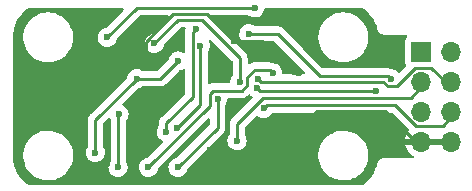
<source format=gbr>
%TF.GenerationSoftware,KiCad,Pcbnew,(6.0.0)*%
%TF.CreationDate,2022-02-10T21:19:41-08:00*%
%TF.ProjectId,elevation-imu,656c6576-6174-4696-9f6e-2d696d752e6b,rev?*%
%TF.SameCoordinates,Original*%
%TF.FileFunction,Copper,L2,Bot*%
%TF.FilePolarity,Positive*%
%FSLAX46Y46*%
G04 Gerber Fmt 4.6, Leading zero omitted, Abs format (unit mm)*
G04 Created by KiCad (PCBNEW (6.0.0)) date 2022-02-10 21:19:41*
%MOMM*%
%LPD*%
G01*
G04 APERTURE LIST*
%TA.AperFunction,ComponentPad*%
%ADD10R,1.700000X1.700000*%
%TD*%
%TA.AperFunction,ComponentPad*%
%ADD11O,1.700000X1.700000*%
%TD*%
%TA.AperFunction,ViaPad*%
%ADD12C,0.600000*%
%TD*%
%TA.AperFunction,Conductor*%
%ADD13C,0.254000*%
%TD*%
%TA.AperFunction,Conductor*%
%ADD14C,0.250000*%
%TD*%
G04 APERTURE END LIST*
D10*
%TO.P,J1,1,Pin_1*%
%TO.N,+5V*%
X140075000Y-112200000D03*
D11*
%TO.P,J1,2,Pin_2*%
%TO.N,/SDI_IN*%
X142615000Y-112200000D03*
%TO.P,J1,3,Pin_3*%
%TO.N,/SDO_OUT*%
X140075000Y-114740000D03*
%TO.P,J1,4,Pin_4*%
%TO.N,/CLK_IN*%
X142615000Y-114740000D03*
%TO.P,J1,5,Pin_5*%
%TO.N,/~{CS}_IN*%
X140075000Y-117280000D03*
%TO.P,J1,6,Pin_6*%
%TO.N,/INT_OUT*%
X142615000Y-117280000D03*
%TO.P,J1,7,Pin_7*%
%TO.N,GND*%
X140075000Y-119820000D03*
%TO.P,J1,8,Pin_8*%
X142615000Y-119820000D03*
%TD*%
D12*
%TO.N,GND*%
X122750000Y-114000000D03*
%TO.N,/CLK_HV*%
X117500000Y-111500000D03*
%TO.N,/SCL*%
X121000000Y-110250000D03*
%TO.N,/CLK_HV*%
X124750000Y-114750000D03*
%TO.N,+3V3*%
X119500000Y-113000000D03*
X116000000Y-114500000D03*
X112500000Y-120750000D03*
%TO.N,GND*%
X128500000Y-113250000D03*
X122750000Y-123000000D03*
X130000000Y-109500000D03*
X113500000Y-121750000D03*
X124250000Y-111324502D03*
X129750000Y-114000000D03*
X108750000Y-116000000D03*
X116750000Y-113000000D03*
X128250000Y-121750000D03*
X122250000Y-120500000D03*
X116500000Y-117500000D03*
%TO.N,+5V*%
X113500000Y-111000000D03*
X126000000Y-108500000D03*
%TO.N,/SDI_IN*%
X126219820Y-115310360D03*
X136250000Y-115500000D03*
%TO.N,/SDO_OUT*%
X124500000Y-119750000D03*
%TO.N,/CLK_IN*%
X126250000Y-114500000D03*
%TO.N,/~{CS}_IN*%
X125500000Y-110698002D03*
X137500000Y-114500000D03*
%TO.N,/INT_OUT*%
X126750000Y-117000000D03*
%TO.N,Net-(JP1-Pad1)*%
X119500000Y-122000000D03*
X122854487Y-116218447D03*
%TO.N,/INT*%
X127503001Y-114006344D03*
X117000000Y-122000000D03*
%TO.N,Net-(JP1-Pad3)*%
X114420000Y-122000000D03*
X114500000Y-117500000D03*
%TO.N,/SDI*%
X121377778Y-111694915D03*
X119439233Y-118663822D03*
%TO.N,/SCL*%
X118500000Y-119000000D03*
%TD*%
D13*
%TO.N,/INT*%
X127246657Y-113750000D02*
X127503001Y-114006344D01*
X126000000Y-113750000D02*
X127246657Y-113750000D01*
X125376501Y-115009506D02*
X125376501Y-114373499D01*
X125376501Y-114373499D02*
X126000000Y-113750000D01*
X122496999Y-115496999D02*
X124889008Y-115496999D01*
X122496999Y-115503001D02*
X122496999Y-115496999D01*
X124889008Y-115496999D02*
X125376501Y-115009506D01*
X122227987Y-115772013D02*
X122496999Y-115503001D01*
X122227987Y-116772013D02*
X122227987Y-115772013D01*
X117000000Y-122000000D02*
X122227987Y-116772013D01*
%TO.N,/CLK_IN*%
X126500000Y-114750000D02*
X126250000Y-114500000D01*
X136863993Y-114750000D02*
X126500000Y-114750000D01*
X137240494Y-115126501D02*
X136863993Y-114750000D01*
X140938489Y-113563489D02*
X139587672Y-113563489D01*
X138024660Y-115126501D02*
X137240494Y-115126501D01*
X139587672Y-113563489D02*
X138024660Y-115126501D01*
%TO.N,/SDI_IN*%
X126409460Y-115500000D02*
X126219820Y-115310360D01*
X136250000Y-115500000D02*
X126409460Y-115500000D01*
%TO.N,/CLK_IN*%
X142615000Y-115240000D02*
X140938489Y-113563489D01*
%TO.N,Net-(JP1-Pad1)*%
X122854487Y-118645513D02*
X122854487Y-116218447D01*
X119500000Y-122000000D02*
X122854487Y-118645513D01*
%TO.N,/SDI*%
X121377778Y-116725277D02*
X121377778Y-111694915D01*
X119439233Y-118663822D02*
X121377778Y-116725277D01*
D14*
%TO.N,/CLK_HV*%
X124750000Y-112750000D02*
X124750000Y-114750000D01*
X119500000Y-109500000D02*
X121500000Y-109500000D01*
X117500000Y-111500000D02*
X119500000Y-109500000D01*
X121500000Y-109500000D02*
X124750000Y-112750000D01*
D13*
%TO.N,/SCL*%
X120745319Y-116004681D02*
X120745319Y-110504681D01*
X118500000Y-118250000D02*
X120745319Y-116004681D01*
X120745319Y-110504681D02*
X121000000Y-110250000D01*
X118500000Y-119000000D02*
X118500000Y-118250000D01*
%TO.N,GND*%
X119065504Y-109048489D02*
X116750000Y-111363993D01*
X121973987Y-109048489D02*
X119065504Y-109048489D01*
X116750000Y-111363993D02*
X116750000Y-113000000D01*
X124250000Y-111324502D02*
X121973987Y-109048489D01*
%TO.N,+3V3*%
X119500000Y-113000000D02*
X118000000Y-114500000D01*
X112500000Y-118000000D02*
X116000000Y-114500000D01*
X118000000Y-114500000D02*
X116000000Y-114500000D01*
X112500000Y-120750000D02*
X112500000Y-118000000D01*
%TO.N,GND*%
X115533489Y-122487328D02*
X116222672Y-123176511D01*
X128250000Y-121750000D02*
X124000000Y-121750000D01*
X137005000Y-117250000D02*
X140075000Y-120320000D01*
X115250000Y-118750000D02*
X115250000Y-121500000D01*
X129750000Y-118750000D02*
X131250000Y-117250000D01*
X116500000Y-117500000D02*
X115250000Y-118750000D01*
X115533489Y-121783489D02*
X115533489Y-122487328D01*
X122573489Y-123176511D02*
X122750000Y-123000000D01*
X128500000Y-113250000D02*
X126574502Y-111324502D01*
X115250000Y-121500000D02*
X115533489Y-121783489D01*
X129250000Y-114000000D02*
X128500000Y-113250000D01*
X129750000Y-114000000D02*
X129250000Y-114000000D01*
X131250000Y-117250000D02*
X137005000Y-117250000D01*
X126574502Y-111324502D02*
X124250000Y-111324502D01*
X116222672Y-123176511D02*
X122573489Y-123176511D01*
X128250000Y-121750000D02*
X129750000Y-120250000D01*
X124000000Y-121750000D02*
X122750000Y-123000000D01*
X129750000Y-120250000D02*
X129750000Y-118750000D01*
%TO.N,+5V*%
X116000000Y-108500000D02*
X113500000Y-111000000D01*
X126000000Y-108500000D02*
X116000000Y-108500000D01*
%TO.N,/SDO_OUT*%
X124500000Y-119750000D02*
X124500000Y-118363993D01*
X126737492Y-116126501D02*
X139188499Y-116126501D01*
X139188499Y-116126501D02*
X140075000Y-115240000D01*
X124500000Y-118363993D02*
X126737492Y-116126501D01*
%TO.N,/~{CS}_IN*%
X131500000Y-114250000D02*
X137250000Y-114250000D01*
X125500000Y-110698002D02*
X127948002Y-110698002D01*
X137250000Y-114250000D02*
X137500000Y-114500000D01*
X127948002Y-110698002D02*
X131500000Y-114250000D01*
%TO.N,/INT_OUT*%
X142615000Y-117780000D02*
X141895000Y-118500000D01*
X139631161Y-118500000D02*
X137881161Y-116750000D01*
X141895000Y-118500000D02*
X139631161Y-118500000D01*
X127000000Y-116750000D02*
X126750000Y-117000000D01*
X137881161Y-116750000D02*
X127000000Y-116750000D01*
%TO.N,Net-(JP1-Pad3)*%
X114500000Y-117500000D02*
X114420000Y-117580000D01*
X114420000Y-117580000D02*
X114420000Y-122000000D01*
%TD*%
%TA.AperFunction,Conductor*%
%TO.N,GND*%
G36*
X114857199Y-108528002D02*
G01*
X114903692Y-108581658D01*
X114913796Y-108651932D01*
X114884302Y-108716512D01*
X114878175Y-108723093D01*
X114155396Y-109445871D01*
X113435748Y-110165519D01*
X113373436Y-110199545D01*
X113359824Y-110201734D01*
X113332288Y-110204628D01*
X113332286Y-110204628D01*
X113325288Y-110205364D01*
X113153579Y-110263818D01*
X113120608Y-110284102D01*
X113005095Y-110355166D01*
X113005092Y-110355168D01*
X112999088Y-110358862D01*
X112994053Y-110363793D01*
X112994050Y-110363795D01*
X112878724Y-110476731D01*
X112869493Y-110485771D01*
X112771235Y-110638238D01*
X112768826Y-110644858D01*
X112768824Y-110644861D01*
X112726615Y-110760829D01*
X112709197Y-110808685D01*
X112686463Y-110988640D01*
X112704163Y-111169160D01*
X112761418Y-111341273D01*
X112765065Y-111347295D01*
X112765066Y-111347297D01*
X112850510Y-111488382D01*
X112855380Y-111496424D01*
X112860269Y-111501487D01*
X112860270Y-111501488D01*
X112868982Y-111510509D01*
X112981382Y-111626902D01*
X113006305Y-111643211D01*
X113126026Y-111721554D01*
X113133159Y-111726222D01*
X113139763Y-111728678D01*
X113139765Y-111728679D01*
X113296558Y-111786990D01*
X113296560Y-111786990D01*
X113303168Y-111789448D01*
X113386995Y-111800633D01*
X113475980Y-111812507D01*
X113475984Y-111812507D01*
X113482961Y-111813438D01*
X113489972Y-111812800D01*
X113489976Y-111812800D01*
X113632459Y-111799832D01*
X113663600Y-111796998D01*
X113670302Y-111794820D01*
X113670304Y-111794820D01*
X113829409Y-111743124D01*
X113829412Y-111743123D01*
X113836108Y-111740947D01*
X113956532Y-111669160D01*
X113985860Y-111651677D01*
X113985862Y-111651676D01*
X113991912Y-111648069D01*
X114123266Y-111522982D01*
X114223643Y-111371902D01*
X114270884Y-111247540D01*
X114285555Y-111208920D01*
X114285556Y-111208918D01*
X114288055Y-111202338D01*
X114289933Y-111188978D01*
X114297177Y-111137435D01*
X114326466Y-111072761D01*
X114332856Y-111065877D01*
X116226328Y-109172405D01*
X116288640Y-109138379D01*
X116315423Y-109135500D01*
X118664406Y-109135500D01*
X118732527Y-109155502D01*
X118779020Y-109209158D01*
X118789124Y-109279432D01*
X118759630Y-109344012D01*
X118753503Y-109350593D01*
X118095900Y-110008195D01*
X117438908Y-110665187D01*
X117376596Y-110699213D01*
X117362986Y-110701402D01*
X117354210Y-110702324D01*
X117332288Y-110704628D01*
X117332286Y-110704628D01*
X117325288Y-110705364D01*
X117153579Y-110763818D01*
X117103116Y-110794863D01*
X117005095Y-110855166D01*
X117005092Y-110855168D01*
X116999088Y-110858862D01*
X116994053Y-110863793D01*
X116994050Y-110863795D01*
X116874525Y-110980843D01*
X116869493Y-110985771D01*
X116771235Y-111138238D01*
X116768826Y-111144858D01*
X116768824Y-111144861D01*
X116712915Y-111298469D01*
X116709197Y-111308685D01*
X116686463Y-111488640D01*
X116704163Y-111669160D01*
X116761418Y-111841273D01*
X116765065Y-111847295D01*
X116765066Y-111847297D01*
X116844914Y-111979142D01*
X116855380Y-111996424D01*
X116981382Y-112126902D01*
X116987278Y-112130760D01*
X117108741Y-112210243D01*
X117133159Y-112226222D01*
X117139763Y-112228678D01*
X117139765Y-112228679D01*
X117296558Y-112286990D01*
X117296560Y-112286990D01*
X117303168Y-112289448D01*
X117386995Y-112300633D01*
X117475980Y-112312507D01*
X117475984Y-112312507D01*
X117482961Y-112313438D01*
X117489972Y-112312800D01*
X117489976Y-112312800D01*
X117632459Y-112299832D01*
X117663600Y-112296998D01*
X117670302Y-112294820D01*
X117670304Y-112294820D01*
X117829409Y-112243124D01*
X117829412Y-112243123D01*
X117836108Y-112240947D01*
X117991912Y-112148069D01*
X118123266Y-112022982D01*
X118223643Y-111871902D01*
X118280448Y-111722364D01*
X118285555Y-111708920D01*
X118285556Y-111708918D01*
X118288055Y-111702338D01*
X118291779Y-111675844D01*
X118297639Y-111634145D01*
X118326927Y-111569471D01*
X118333318Y-111562586D01*
X119725500Y-110170405D01*
X119787812Y-110136379D01*
X119814595Y-110133500D01*
X120021676Y-110133500D01*
X120089797Y-110153502D01*
X120136290Y-110207158D01*
X120146394Y-110277432D01*
X120137315Y-110309536D01*
X120130202Y-110325973D01*
X120128963Y-110333798D01*
X120123259Y-110369808D01*
X120120854Y-110381421D01*
X120109819Y-110424399D01*
X120109819Y-110444746D01*
X120108268Y-110464457D01*
X120105084Y-110484560D01*
X120105830Y-110492452D01*
X120109260Y-110528737D01*
X120109819Y-110540595D01*
X120109819Y-112200190D01*
X120089817Y-112268311D01*
X120036161Y-112314804D01*
X119965887Y-112324908D01*
X119916305Y-112306575D01*
X119897782Y-112294820D01*
X119856666Y-112268727D01*
X119827463Y-112258328D01*
X119692425Y-112210243D01*
X119692420Y-112210242D01*
X119685790Y-112207881D01*
X119678802Y-112207048D01*
X119678799Y-112207047D01*
X119555698Y-112192368D01*
X119505680Y-112186404D01*
X119498677Y-112187140D01*
X119498676Y-112187140D01*
X119332288Y-112204628D01*
X119332286Y-112204629D01*
X119325288Y-112205364D01*
X119153579Y-112263818D01*
X119119633Y-112284702D01*
X119005095Y-112355166D01*
X119005092Y-112355168D01*
X118999088Y-112358862D01*
X118994053Y-112363793D01*
X118994050Y-112363795D01*
X118876436Y-112478972D01*
X118869493Y-112485771D01*
X118771235Y-112638238D01*
X118768826Y-112644858D01*
X118768824Y-112644861D01*
X118748668Y-112700240D01*
X118709197Y-112808685D01*
X118702546Y-112861331D01*
X118674166Y-112926404D01*
X118666636Y-112934631D01*
X117773672Y-113827595D01*
X117711360Y-113861621D01*
X117684577Y-113864500D01*
X116544188Y-113864500D01*
X116476674Y-113844885D01*
X116362615Y-113772502D01*
X116362613Y-113772501D01*
X116356666Y-113768727D01*
X116350033Y-113766365D01*
X116192425Y-113710243D01*
X116192420Y-113710242D01*
X116185790Y-113707881D01*
X116178802Y-113707048D01*
X116178799Y-113707047D01*
X116047183Y-113691353D01*
X116005680Y-113686404D01*
X115998677Y-113687140D01*
X115998676Y-113687140D01*
X115832288Y-113704628D01*
X115832286Y-113704629D01*
X115825288Y-113705364D01*
X115653579Y-113763818D01*
X115639457Y-113772506D01*
X115505095Y-113855166D01*
X115505092Y-113855168D01*
X115499088Y-113858862D01*
X115494053Y-113863793D01*
X115494050Y-113863795D01*
X115374525Y-113980843D01*
X115369493Y-113985771D01*
X115271235Y-114138238D01*
X115268826Y-114144858D01*
X115268824Y-114144861D01*
X115211606Y-114302066D01*
X115209197Y-114308685D01*
X115202546Y-114361331D01*
X115174166Y-114426404D01*
X115166636Y-114434631D01*
X112106517Y-117494750D01*
X112098191Y-117502326D01*
X112091697Y-117506447D01*
X112086274Y-117512222D01*
X112044915Y-117556265D01*
X112042160Y-117559107D01*
X112022361Y-117578906D01*
X112019937Y-117582031D01*
X112019929Y-117582040D01*
X112019863Y-117582126D01*
X112012155Y-117591151D01*
X111981783Y-117623494D01*
X111977965Y-117630438D01*
X111977964Y-117630440D01*
X111971978Y-117641329D01*
X111961127Y-117657847D01*
X111948650Y-117673933D01*
X111931024Y-117714666D01*
X111925807Y-117725314D01*
X111904431Y-117764197D01*
X111902460Y-117771872D01*
X111902458Y-117771878D01*
X111899369Y-117783911D01*
X111892966Y-117802613D01*
X111884883Y-117821292D01*
X111883181Y-117832040D01*
X111877940Y-117865127D01*
X111875535Y-117876740D01*
X111864500Y-117919718D01*
X111864500Y-117940065D01*
X111862949Y-117959776D01*
X111859765Y-117979879D01*
X111860511Y-117987771D01*
X111863941Y-118024056D01*
X111864500Y-118035914D01*
X111864500Y-120206436D01*
X111844411Y-120274691D01*
X111771235Y-120388238D01*
X111768826Y-120394858D01*
X111768824Y-120394861D01*
X111714243Y-120544820D01*
X111709197Y-120558685D01*
X111686463Y-120738640D01*
X111704163Y-120919160D01*
X111761418Y-121091273D01*
X111765065Y-121097295D01*
X111765066Y-121097297D01*
X111831888Y-121207633D01*
X111855380Y-121246424D01*
X111860269Y-121251487D01*
X111860270Y-121251488D01*
X111912403Y-121305473D01*
X111981382Y-121376902D01*
X111987278Y-121380760D01*
X112109945Y-121461031D01*
X112133159Y-121476222D01*
X112139763Y-121478678D01*
X112139765Y-121478679D01*
X112296558Y-121536990D01*
X112296560Y-121536990D01*
X112303168Y-121539448D01*
X112386995Y-121550633D01*
X112475980Y-121562507D01*
X112475984Y-121562507D01*
X112482961Y-121563438D01*
X112489972Y-121562800D01*
X112489976Y-121562800D01*
X112632459Y-121549832D01*
X112663600Y-121546998D01*
X112670302Y-121544820D01*
X112670304Y-121544820D01*
X112829409Y-121493124D01*
X112829412Y-121493123D01*
X112836108Y-121490947D01*
X112932513Y-121433478D01*
X112985860Y-121401677D01*
X112985862Y-121401676D01*
X112991912Y-121398069D01*
X113123266Y-121272982D01*
X113223643Y-121121902D01*
X113271779Y-120995185D01*
X113285555Y-120958920D01*
X113285556Y-120958918D01*
X113288055Y-120952338D01*
X113290785Y-120932916D01*
X113312748Y-120776639D01*
X113312748Y-120776636D01*
X113313299Y-120772717D01*
X113313616Y-120750000D01*
X113293397Y-120569745D01*
X113291080Y-120563091D01*
X113236064Y-120405106D01*
X113236062Y-120405103D01*
X113233745Y-120398448D01*
X113154646Y-120271862D01*
X113135500Y-120205093D01*
X113135500Y-118315422D01*
X113155502Y-118247301D01*
X113172405Y-118226327D01*
X113569405Y-117829327D01*
X113631717Y-117795301D01*
X113702532Y-117800366D01*
X113759368Y-117842913D01*
X113784179Y-117909433D01*
X113784500Y-117918422D01*
X113784500Y-121456436D01*
X113764411Y-121524691D01*
X113691235Y-121638238D01*
X113688826Y-121644858D01*
X113688824Y-121644861D01*
X113636152Y-121789577D01*
X113629197Y-121808685D01*
X113606463Y-121988640D01*
X113624163Y-122169160D01*
X113681418Y-122341273D01*
X113685065Y-122347295D01*
X113685066Y-122347297D01*
X113769536Y-122486774D01*
X113775380Y-122496424D01*
X113901382Y-122626902D01*
X114053159Y-122726222D01*
X114059763Y-122728678D01*
X114059765Y-122728679D01*
X114216558Y-122786990D01*
X114216560Y-122786990D01*
X114223168Y-122789448D01*
X114306995Y-122800633D01*
X114395980Y-122812507D01*
X114395984Y-122812507D01*
X114402961Y-122813438D01*
X114409972Y-122812800D01*
X114409976Y-122812800D01*
X114552459Y-122799832D01*
X114583600Y-122796998D01*
X114590302Y-122794820D01*
X114590304Y-122794820D01*
X114749409Y-122743124D01*
X114749412Y-122743123D01*
X114756108Y-122740947D01*
X114911912Y-122648069D01*
X115043266Y-122522982D01*
X115143643Y-122371902D01*
X115198734Y-122226876D01*
X115205555Y-122208920D01*
X115205556Y-122208918D01*
X115208055Y-122202338D01*
X115210862Y-122182367D01*
X115232748Y-122026639D01*
X115232748Y-122026636D01*
X115233299Y-122022717D01*
X115233616Y-122000000D01*
X115213397Y-121819745D01*
X115211080Y-121813091D01*
X115156064Y-121655106D01*
X115156062Y-121655103D01*
X115153745Y-121648448D01*
X115145398Y-121635089D01*
X115074646Y-121521862D01*
X115055500Y-121455093D01*
X115055500Y-118141518D01*
X115075502Y-118073397D01*
X115094604Y-118050276D01*
X115123266Y-118022982D01*
X115223643Y-117871902D01*
X115288055Y-117702338D01*
X115290038Y-117688226D01*
X115312748Y-117526639D01*
X115312748Y-117526636D01*
X115313299Y-117522717D01*
X115313616Y-117500000D01*
X115293397Y-117319745D01*
X115291080Y-117313091D01*
X115236064Y-117155106D01*
X115236062Y-117155103D01*
X115233745Y-117148448D01*
X115137626Y-116994624D01*
X115132664Y-116989627D01*
X115014778Y-116870915D01*
X115014774Y-116870912D01*
X115009815Y-116865918D01*
X114892403Y-116791406D01*
X114862616Y-116772503D01*
X114862436Y-116772389D01*
X114862434Y-116772387D01*
X114856666Y-116768727D01*
X114857309Y-116767714D01*
X114810037Y-116724608D01*
X114791767Y-116656002D01*
X114813489Y-116588410D01*
X114828632Y-116570100D01*
X116063288Y-115335444D01*
X116125600Y-115301418D01*
X116140963Y-115299058D01*
X116163600Y-115296998D01*
X116170302Y-115294820D01*
X116170304Y-115294820D01*
X116329409Y-115243124D01*
X116329412Y-115243123D01*
X116336108Y-115240947D01*
X116483185Y-115153271D01*
X116547703Y-115135500D01*
X117920980Y-115135500D01*
X117932214Y-115136030D01*
X117939719Y-115137708D01*
X118008012Y-115135562D01*
X118011969Y-115135500D01*
X118039983Y-115135500D01*
X118043908Y-115135004D01*
X118043909Y-115135004D01*
X118044004Y-115134992D01*
X118055849Y-115134059D01*
X118085670Y-115133122D01*
X118092282Y-115132914D01*
X118092283Y-115132914D01*
X118100205Y-115132665D01*
X118119749Y-115126987D01*
X118139112Y-115122977D01*
X118151440Y-115121420D01*
X118151442Y-115121420D01*
X118159299Y-115120427D01*
X118166663Y-115117511D01*
X118166668Y-115117510D01*
X118200556Y-115104093D01*
X118211785Y-115100248D01*
X118228465Y-115095402D01*
X118254393Y-115087869D01*
X118261220Y-115083831D01*
X118261223Y-115083830D01*
X118271906Y-115077512D01*
X118289664Y-115068812D01*
X118301215Y-115064239D01*
X118301221Y-115064235D01*
X118308588Y-115061319D01*
X118344491Y-115035234D01*
X118354410Y-115028719D01*
X118385768Y-115010174D01*
X118385772Y-115010171D01*
X118392598Y-115006134D01*
X118406982Y-114991750D01*
X118422016Y-114978909D01*
X118432073Y-114971602D01*
X118438487Y-114966942D01*
X118466778Y-114932744D01*
X118474767Y-114923965D01*
X119563288Y-113835444D01*
X119625600Y-113801418D01*
X119640963Y-113799058D01*
X119663600Y-113796998D01*
X119670302Y-113794820D01*
X119670304Y-113794820D01*
X119829409Y-113743124D01*
X119829412Y-113743123D01*
X119836108Y-113740947D01*
X119919304Y-113691352D01*
X119988056Y-113673653D01*
X120055466Y-113695935D01*
X120100128Y-113751123D01*
X120109819Y-113799582D01*
X120109819Y-115689258D01*
X120089817Y-115757379D01*
X120072914Y-115778353D01*
X118106517Y-117744750D01*
X118098191Y-117752326D01*
X118091697Y-117756447D01*
X118048336Y-117802622D01*
X118044915Y-117806265D01*
X118042160Y-117809107D01*
X118022361Y-117828906D01*
X118019937Y-117832031D01*
X118019929Y-117832040D01*
X118019863Y-117832126D01*
X118012155Y-117841151D01*
X117981783Y-117873494D01*
X117977965Y-117880438D01*
X117977964Y-117880440D01*
X117971978Y-117891329D01*
X117961127Y-117907847D01*
X117948650Y-117923933D01*
X117931024Y-117964666D01*
X117925807Y-117975314D01*
X117922292Y-117981708D01*
X117904431Y-118014197D01*
X117902460Y-118021872D01*
X117902458Y-118021878D01*
X117899369Y-118033911D01*
X117892966Y-118052613D01*
X117884883Y-118071292D01*
X117883644Y-118079117D01*
X117877940Y-118115127D01*
X117875535Y-118126740D01*
X117864500Y-118169718D01*
X117864500Y-118190065D01*
X117862949Y-118209776D01*
X117859765Y-118229879D01*
X117860511Y-118237771D01*
X117863941Y-118274056D01*
X117864500Y-118285914D01*
X117864500Y-118456436D01*
X117844411Y-118524691D01*
X117771235Y-118638238D01*
X117768826Y-118644858D01*
X117768824Y-118644861D01*
X117711606Y-118802066D01*
X117709197Y-118808685D01*
X117686463Y-118988640D01*
X117704163Y-119169160D01*
X117761418Y-119341273D01*
X117765065Y-119347295D01*
X117765066Y-119347297D01*
X117793872Y-119394861D01*
X117855380Y-119496424D01*
X117981382Y-119626902D01*
X118133159Y-119726222D01*
X118139247Y-119728486D01*
X118190872Y-119776906D01*
X118208177Y-119845761D01*
X118185510Y-119913042D01*
X118171370Y-119929897D01*
X116935748Y-121165519D01*
X116873436Y-121199545D01*
X116859824Y-121201734D01*
X116832288Y-121204628D01*
X116832286Y-121204628D01*
X116825288Y-121205364D01*
X116653579Y-121263818D01*
X116598778Y-121297532D01*
X116505095Y-121355166D01*
X116505092Y-121355168D01*
X116499088Y-121358862D01*
X116494053Y-121363793D01*
X116494050Y-121363795D01*
X116379244Y-121476222D01*
X116369493Y-121485771D01*
X116271235Y-121638238D01*
X116268826Y-121644858D01*
X116268824Y-121644861D01*
X116216152Y-121789577D01*
X116209197Y-121808685D01*
X116186463Y-121988640D01*
X116204163Y-122169160D01*
X116261418Y-122341273D01*
X116265065Y-122347295D01*
X116265066Y-122347297D01*
X116349536Y-122486774D01*
X116355380Y-122496424D01*
X116481382Y-122626902D01*
X116633159Y-122726222D01*
X116639763Y-122728678D01*
X116639765Y-122728679D01*
X116796558Y-122786990D01*
X116796560Y-122786990D01*
X116803168Y-122789448D01*
X116886995Y-122800633D01*
X116975980Y-122812507D01*
X116975984Y-122812507D01*
X116982961Y-122813438D01*
X116989972Y-122812800D01*
X116989976Y-122812800D01*
X117132459Y-122799832D01*
X117163600Y-122796998D01*
X117170302Y-122794820D01*
X117170304Y-122794820D01*
X117329409Y-122743124D01*
X117329412Y-122743123D01*
X117336108Y-122740947D01*
X117491912Y-122648069D01*
X117623266Y-122522982D01*
X117723643Y-122371902D01*
X117778734Y-122226876D01*
X117785555Y-122208920D01*
X117785556Y-122208918D01*
X117788055Y-122202338D01*
X117797177Y-122137435D01*
X117826466Y-122072761D01*
X117832856Y-122065877D01*
X122003892Y-117894841D01*
X122066204Y-117860815D01*
X122137019Y-117865880D01*
X122193855Y-117908427D01*
X122218666Y-117974947D01*
X122218987Y-117983936D01*
X122218987Y-118330091D01*
X122198985Y-118398212D01*
X122182082Y-118419186D01*
X120807428Y-119793839D01*
X119435748Y-121165519D01*
X119373436Y-121199545D01*
X119359824Y-121201734D01*
X119332288Y-121204628D01*
X119332286Y-121204628D01*
X119325288Y-121205364D01*
X119153579Y-121263818D01*
X119098778Y-121297532D01*
X119005095Y-121355166D01*
X119005092Y-121355168D01*
X118999088Y-121358862D01*
X118994053Y-121363793D01*
X118994050Y-121363795D01*
X118879244Y-121476222D01*
X118869493Y-121485771D01*
X118771235Y-121638238D01*
X118768826Y-121644858D01*
X118768824Y-121644861D01*
X118716152Y-121789577D01*
X118709197Y-121808685D01*
X118686463Y-121988640D01*
X118704163Y-122169160D01*
X118761418Y-122341273D01*
X118765065Y-122347295D01*
X118765066Y-122347297D01*
X118849536Y-122486774D01*
X118855380Y-122496424D01*
X118981382Y-122626902D01*
X119133159Y-122726222D01*
X119139763Y-122728678D01*
X119139765Y-122728679D01*
X119296558Y-122786990D01*
X119296560Y-122786990D01*
X119303168Y-122789448D01*
X119386995Y-122800633D01*
X119475980Y-122812507D01*
X119475984Y-122812507D01*
X119482961Y-122813438D01*
X119489972Y-122812800D01*
X119489976Y-122812800D01*
X119632459Y-122799832D01*
X119663600Y-122796998D01*
X119670302Y-122794820D01*
X119670304Y-122794820D01*
X119829409Y-122743124D01*
X119829412Y-122743123D01*
X119836108Y-122740947D01*
X119991912Y-122648069D01*
X120123266Y-122522982D01*
X120223643Y-122371902D01*
X120278734Y-122226876D01*
X120285555Y-122208920D01*
X120285556Y-122208918D01*
X120288055Y-122202338D01*
X120297177Y-122137435D01*
X120326466Y-122072761D01*
X120332856Y-122065877D01*
X121266030Y-121132703D01*
X131390743Y-121132703D01*
X131428268Y-121417734D01*
X131504129Y-121695036D01*
X131505813Y-121698984D01*
X131575509Y-121862382D01*
X131616923Y-121959476D01*
X131652402Y-122018757D01*
X131759765Y-122198147D01*
X131764561Y-122206161D01*
X131944313Y-122430528D01*
X132035553Y-122517111D01*
X132145908Y-122621834D01*
X132152851Y-122628423D01*
X132386317Y-122796186D01*
X132390112Y-122798195D01*
X132390113Y-122798196D01*
X132411869Y-122809715D01*
X132640392Y-122930712D01*
X132910373Y-123029511D01*
X133191264Y-123090755D01*
X133219841Y-123093004D01*
X133414282Y-123108307D01*
X133414291Y-123108307D01*
X133416739Y-123108500D01*
X133572271Y-123108500D01*
X133574407Y-123108354D01*
X133574418Y-123108354D01*
X133782548Y-123094165D01*
X133782554Y-123094164D01*
X133786825Y-123093873D01*
X133791020Y-123093004D01*
X133791022Y-123093004D01*
X133927583Y-123064724D01*
X134068342Y-123035574D01*
X134339343Y-122939607D01*
X134447433Y-122883818D01*
X134591005Y-122809715D01*
X134591006Y-122809715D01*
X134594812Y-122807750D01*
X134598313Y-122805289D01*
X134598317Y-122805287D01*
X134822015Y-122648069D01*
X134830023Y-122642441D01*
X134981706Y-122501488D01*
X135037479Y-122449661D01*
X135037481Y-122449658D01*
X135040622Y-122446740D01*
X135222713Y-122224268D01*
X135372927Y-121979142D01*
X135391596Y-121936614D01*
X135486757Y-121719830D01*
X135488483Y-121715898D01*
X135504392Y-121660051D01*
X135532178Y-121562507D01*
X135567244Y-121439406D01*
X135603576Y-121184121D01*
X135607146Y-121159036D01*
X135607146Y-121159034D01*
X135607751Y-121154784D01*
X135607845Y-121136951D01*
X135609235Y-120871583D01*
X135609235Y-120871576D01*
X135609257Y-120867297D01*
X135571732Y-120582266D01*
X135495871Y-120304964D01*
X135407293Y-120097297D01*
X135384763Y-120044476D01*
X135384761Y-120044472D01*
X135383077Y-120040524D01*
X135235439Y-119793839D01*
X135055687Y-119569472D01*
X134864706Y-119388238D01*
X134850258Y-119374527D01*
X134850255Y-119374525D01*
X134847149Y-119371577D01*
X134613683Y-119203814D01*
X134591843Y-119192250D01*
X134534995Y-119162151D01*
X134359608Y-119069288D01*
X134120115Y-118981646D01*
X134093658Y-118971964D01*
X134093656Y-118971963D01*
X134089627Y-118970489D01*
X133808736Y-118909245D01*
X133777685Y-118906801D01*
X133585718Y-118891693D01*
X133585709Y-118891693D01*
X133583261Y-118891500D01*
X133427729Y-118891500D01*
X133425593Y-118891646D01*
X133425582Y-118891646D01*
X133217452Y-118905835D01*
X133217446Y-118905836D01*
X133213175Y-118906127D01*
X133208980Y-118906996D01*
X133208978Y-118906996D01*
X133145223Y-118920199D01*
X132931658Y-118964426D01*
X132660657Y-119060393D01*
X132656848Y-119062359D01*
X132505966Y-119140235D01*
X132405188Y-119192250D01*
X132401687Y-119194711D01*
X132401683Y-119194713D01*
X132330667Y-119244624D01*
X132169977Y-119357559D01*
X131959378Y-119553260D01*
X131777287Y-119775732D01*
X131627073Y-120020858D01*
X131625347Y-120024791D01*
X131625346Y-120024792D01*
X131516890Y-120271862D01*
X131511517Y-120284102D01*
X131432756Y-120560594D01*
X131392249Y-120845216D01*
X131392227Y-120849505D01*
X131392226Y-120849512D01*
X131390765Y-121128417D01*
X131390743Y-121132703D01*
X121266030Y-121132703D01*
X123247970Y-119150763D01*
X123256296Y-119143187D01*
X123262790Y-119139066D01*
X123309573Y-119089247D01*
X123312327Y-119086406D01*
X123332126Y-119066607D01*
X123334550Y-119063482D01*
X123334558Y-119063473D01*
X123334624Y-119063387D01*
X123342332Y-119054362D01*
X123362583Y-119032797D01*
X123372704Y-119022019D01*
X123382510Y-119004182D01*
X123393360Y-118987666D01*
X123405837Y-118971580D01*
X123423463Y-118930847D01*
X123428680Y-118920199D01*
X123436416Y-118906127D01*
X123450056Y-118881316D01*
X123452027Y-118873641D01*
X123452029Y-118873635D01*
X123455118Y-118861602D01*
X123461521Y-118842900D01*
X123469604Y-118824221D01*
X123476547Y-118780386D01*
X123478954Y-118768764D01*
X123489987Y-118725795D01*
X123489987Y-118705448D01*
X123491538Y-118685737D01*
X123493482Y-118673463D01*
X123494722Y-118665634D01*
X123490546Y-118621457D01*
X123489987Y-118609599D01*
X123489987Y-116761056D01*
X123511039Y-116691329D01*
X123555360Y-116624621D01*
X123578130Y-116590349D01*
X123642542Y-116420785D01*
X123661363Y-116286870D01*
X123667786Y-116241164D01*
X123669813Y-116241449D01*
X123691941Y-116182679D01*
X123748907Y-116140308D01*
X123792575Y-116132499D01*
X124809988Y-116132499D01*
X124821222Y-116133029D01*
X124828727Y-116134707D01*
X124897020Y-116132561D01*
X124900977Y-116132499D01*
X124928991Y-116132499D01*
X124932916Y-116132003D01*
X124932917Y-116132003D01*
X124933012Y-116131991D01*
X124944857Y-116131058D01*
X124974678Y-116130121D01*
X124981290Y-116129913D01*
X124981291Y-116129913D01*
X124989213Y-116129664D01*
X125008757Y-116123986D01*
X125028120Y-116119976D01*
X125040448Y-116118419D01*
X125040450Y-116118419D01*
X125048307Y-116117426D01*
X125055671Y-116114510D01*
X125055676Y-116114509D01*
X125089564Y-116101092D01*
X125100793Y-116097247D01*
X125117473Y-116092401D01*
X125143401Y-116084868D01*
X125150228Y-116080830D01*
X125150231Y-116080829D01*
X125160914Y-116074511D01*
X125178672Y-116065811D01*
X125190223Y-116061238D01*
X125190229Y-116061234D01*
X125197596Y-116058318D01*
X125233499Y-116032233D01*
X125243418Y-116025718D01*
X125274776Y-116007173D01*
X125274780Y-116007170D01*
X125281606Y-116003133D01*
X125295990Y-115988749D01*
X125311024Y-115975908D01*
X125321081Y-115968601D01*
X125327495Y-115963941D01*
X125355786Y-115929743D01*
X125363775Y-115920964D01*
X125436762Y-115847977D01*
X125499074Y-115813951D01*
X125569889Y-115819016D01*
X125616493Y-115849545D01*
X125696303Y-115932190D01*
X125696308Y-115932194D01*
X125701202Y-115937262D01*
X125707098Y-115941120D01*
X125769002Y-115981629D01*
X125815051Y-116035666D01*
X125824574Y-116106021D01*
X125794549Y-116170356D01*
X125789104Y-116176156D01*
X124106517Y-117858743D01*
X124098191Y-117866319D01*
X124091697Y-117870440D01*
X124084811Y-117877773D01*
X124044915Y-117920258D01*
X124042160Y-117923100D01*
X124022361Y-117942899D01*
X124019937Y-117946024D01*
X124019929Y-117946033D01*
X124019863Y-117946119D01*
X124012155Y-117955144D01*
X123981783Y-117987487D01*
X123977965Y-117994431D01*
X123977964Y-117994433D01*
X123971978Y-118005322D01*
X123961127Y-118021840D01*
X123948650Y-118037926D01*
X123931024Y-118078659D01*
X123925807Y-118089307D01*
X123904431Y-118128190D01*
X123902460Y-118135865D01*
X123902458Y-118135871D01*
X123899369Y-118147904D01*
X123892966Y-118166606D01*
X123884883Y-118185285D01*
X123883644Y-118193110D01*
X123877940Y-118229120D01*
X123875535Y-118240733D01*
X123864500Y-118283711D01*
X123864500Y-118304058D01*
X123862949Y-118323769D01*
X123859765Y-118343872D01*
X123860511Y-118351764D01*
X123863941Y-118388049D01*
X123864500Y-118399907D01*
X123864500Y-119206436D01*
X123844411Y-119274691D01*
X123771235Y-119388238D01*
X123768826Y-119394858D01*
X123768824Y-119394861D01*
X123734050Y-119490401D01*
X123709197Y-119558685D01*
X123686463Y-119738640D01*
X123704163Y-119919160D01*
X123761418Y-120091273D01*
X123765065Y-120097295D01*
X123765066Y-120097297D01*
X123840859Y-120222446D01*
X123855380Y-120246424D01*
X123981382Y-120376902D01*
X124133159Y-120476222D01*
X124139763Y-120478678D01*
X124139765Y-120478679D01*
X124296558Y-120536990D01*
X124296560Y-120536990D01*
X124303168Y-120539448D01*
X124386995Y-120550633D01*
X124475980Y-120562507D01*
X124475984Y-120562507D01*
X124482961Y-120563438D01*
X124489972Y-120562800D01*
X124489976Y-120562800D01*
X124644470Y-120548739D01*
X124663600Y-120546998D01*
X124670302Y-120544820D01*
X124670304Y-120544820D01*
X124829409Y-120493124D01*
X124829412Y-120493123D01*
X124836108Y-120490947D01*
X124939013Y-120429603D01*
X124985860Y-120401677D01*
X124985862Y-120401676D01*
X124991912Y-120398069D01*
X125123266Y-120272982D01*
X125223643Y-120121902D01*
X125288055Y-119952338D01*
X125291209Y-119929897D01*
X125312748Y-119776639D01*
X125312748Y-119776636D01*
X125313299Y-119772717D01*
X125313616Y-119750000D01*
X125293397Y-119569745D01*
X125290911Y-119562607D01*
X125236064Y-119405106D01*
X125236062Y-119405103D01*
X125233745Y-119398448D01*
X125154646Y-119271862D01*
X125135500Y-119205093D01*
X125135500Y-118679415D01*
X125155502Y-118611294D01*
X125172401Y-118590324D01*
X126101218Y-117661508D01*
X126163528Y-117627484D01*
X126234344Y-117632549D01*
X126259300Y-117645171D01*
X126314372Y-117681209D01*
X126365477Y-117714651D01*
X126383159Y-117726222D01*
X126389763Y-117728678D01*
X126389765Y-117728679D01*
X126546558Y-117786990D01*
X126546560Y-117786990D01*
X126553168Y-117789448D01*
X126634993Y-117800366D01*
X126725980Y-117812507D01*
X126725984Y-117812507D01*
X126732961Y-117813438D01*
X126739972Y-117812800D01*
X126739976Y-117812800D01*
X126882459Y-117799832D01*
X126913600Y-117796998D01*
X126920302Y-117794820D01*
X126920304Y-117794820D01*
X127079409Y-117743124D01*
X127079412Y-117743123D01*
X127086108Y-117740947D01*
X127209033Y-117667669D01*
X127235860Y-117651677D01*
X127235862Y-117651676D01*
X127241912Y-117648069D01*
X127373266Y-117522982D01*
X127427222Y-117441773D01*
X127481578Y-117396102D01*
X127532169Y-117385500D01*
X137565739Y-117385500D01*
X137633860Y-117405502D01*
X137654834Y-117422405D01*
X139016326Y-118783898D01*
X139050351Y-118846208D01*
X139045286Y-118917023D01*
X139022069Y-118954065D01*
X139022847Y-118954695D01*
X139013104Y-118966727D01*
X138893098Y-119142649D01*
X138888000Y-119151623D01*
X138798338Y-119344783D01*
X138794775Y-119354470D01*
X138739389Y-119554183D01*
X138740912Y-119562607D01*
X138753292Y-119566000D01*
X142743000Y-119566000D01*
X142811121Y-119586002D01*
X142857614Y-119639658D01*
X142869000Y-119692000D01*
X142869000Y-119948000D01*
X142848998Y-120016121D01*
X142795342Y-120062614D01*
X142743000Y-120074000D01*
X138758225Y-120074000D01*
X138744694Y-120077973D01*
X138743257Y-120087966D01*
X138773565Y-120222446D01*
X138776645Y-120232275D01*
X138856770Y-120429603D01*
X138861413Y-120438794D01*
X138972694Y-120620388D01*
X138978777Y-120628699D01*
X139118213Y-120789667D01*
X139125580Y-120796883D01*
X139289434Y-120932916D01*
X139297881Y-120938831D01*
X139414901Y-121007212D01*
X139463625Y-121058850D01*
X139476696Y-121128633D01*
X139449965Y-121194405D01*
X139391918Y-121235284D01*
X139351331Y-121242000D01*
X136954280Y-121242000D01*
X136941618Y-121240604D01*
X136941590Y-121240966D01*
X136932643Y-121240271D01*
X136923882Y-121238315D01*
X136914926Y-121238896D01*
X136871153Y-121241736D01*
X136862995Y-121242000D01*
X136847690Y-121242000D01*
X136843252Y-121242635D01*
X136843244Y-121242636D01*
X136836466Y-121243607D01*
X136826768Y-121244615D01*
X136778673Y-121247736D01*
X136770238Y-121250808D01*
X136764791Y-121251952D01*
X136754340Y-121254574D01*
X136749012Y-121256132D01*
X136740122Y-121257405D01*
X136731953Y-121261119D01*
X136731947Y-121261121D01*
X136696257Y-121277349D01*
X136687224Y-121281041D01*
X136641944Y-121297532D01*
X136634712Y-121302847D01*
X136629806Y-121305473D01*
X136620538Y-121310906D01*
X136615830Y-121313917D01*
X136607657Y-121317633D01*
X136600855Y-121323494D01*
X136571148Y-121349091D01*
X136563516Y-121355168D01*
X136533942Y-121376902D01*
X136524688Y-121383703D01*
X136519235Y-121390838D01*
X136515260Y-121394739D01*
X136507880Y-121402564D01*
X136504220Y-121406760D01*
X136497420Y-121412619D01*
X136492537Y-121420153D01*
X136492536Y-121420154D01*
X136471211Y-121453054D01*
X136465591Y-121461031D01*
X136436329Y-121499320D01*
X136433099Y-121507695D01*
X136430378Y-121512556D01*
X136425501Y-121522119D01*
X136423155Y-121527196D01*
X136418274Y-121534727D01*
X136415702Y-121543327D01*
X136404466Y-121580896D01*
X136401316Y-121590114D01*
X136383972Y-121635089D01*
X136383222Y-121644039D01*
X136381975Y-121649467D01*
X136379972Y-121660051D01*
X136379151Y-121665543D01*
X136376580Y-121674141D01*
X136376537Y-121681180D01*
X136374474Y-121691014D01*
X136340587Y-121815675D01*
X136309426Y-121930309D01*
X136305354Y-121942709D01*
X136281663Y-122003962D01*
X136202391Y-122208920D01*
X136200054Y-122214961D01*
X136194725Y-122226866D01*
X136061818Y-122486774D01*
X136055284Y-122498067D01*
X135909503Y-122722364D01*
X135896206Y-122742822D01*
X135888536Y-122753383D01*
X135704990Y-122980368D01*
X135696268Y-122990079D01*
X135490223Y-123196859D01*
X135480543Y-123205615D01*
X135254223Y-123389959D01*
X135243693Y-123397665D01*
X135148791Y-123459828D01*
X135131124Y-123471400D01*
X135062084Y-123491998D01*
X120914260Y-123491999D01*
X106922242Y-123492000D01*
X106853840Y-123471816D01*
X106735026Y-123395009D01*
X106724320Y-123387263D01*
X106493628Y-123201165D01*
X106483814Y-123192358D01*
X106273892Y-122983128D01*
X106265037Y-122973324D01*
X106236057Y-122937641D01*
X106078184Y-122743252D01*
X106070412Y-122732584D01*
X105908692Y-122484215D01*
X105902072Y-122472779D01*
X105887077Y-122443421D01*
X105767253Y-122208828D01*
X105761877Y-122196782D01*
X105655444Y-121920150D01*
X105651356Y-121907596D01*
X105629406Y-121825859D01*
X105574487Y-121621350D01*
X105571735Y-121608427D01*
X105560787Y-121539448D01*
X105525277Y-121315721D01*
X105523892Y-121302581D01*
X105521520Y-121257405D01*
X105514971Y-121132703D01*
X106390743Y-121132703D01*
X106428268Y-121417734D01*
X106504129Y-121695036D01*
X106505813Y-121698984D01*
X106575509Y-121862382D01*
X106616923Y-121959476D01*
X106652402Y-122018757D01*
X106759765Y-122198147D01*
X106764561Y-122206161D01*
X106944313Y-122430528D01*
X107035553Y-122517111D01*
X107145908Y-122621834D01*
X107152851Y-122628423D01*
X107386317Y-122796186D01*
X107390112Y-122798195D01*
X107390113Y-122798196D01*
X107411869Y-122809715D01*
X107640392Y-122930712D01*
X107910373Y-123029511D01*
X108191264Y-123090755D01*
X108219841Y-123093004D01*
X108414282Y-123108307D01*
X108414291Y-123108307D01*
X108416739Y-123108500D01*
X108572271Y-123108500D01*
X108574407Y-123108354D01*
X108574418Y-123108354D01*
X108782548Y-123094165D01*
X108782554Y-123094164D01*
X108786825Y-123093873D01*
X108791020Y-123093004D01*
X108791022Y-123093004D01*
X108927583Y-123064724D01*
X109068342Y-123035574D01*
X109339343Y-122939607D01*
X109447433Y-122883818D01*
X109591005Y-122809715D01*
X109591006Y-122809715D01*
X109594812Y-122807750D01*
X109598313Y-122805289D01*
X109598317Y-122805287D01*
X109822015Y-122648069D01*
X109830023Y-122642441D01*
X109981706Y-122501488D01*
X110037479Y-122449661D01*
X110037481Y-122449658D01*
X110040622Y-122446740D01*
X110222713Y-122224268D01*
X110372927Y-121979142D01*
X110391596Y-121936614D01*
X110486757Y-121719830D01*
X110488483Y-121715898D01*
X110504392Y-121660051D01*
X110532178Y-121562507D01*
X110567244Y-121439406D01*
X110603576Y-121184121D01*
X110607146Y-121159036D01*
X110607146Y-121159034D01*
X110607751Y-121154784D01*
X110607845Y-121136951D01*
X110609235Y-120871583D01*
X110609235Y-120871576D01*
X110609257Y-120867297D01*
X110571732Y-120582266D01*
X110495871Y-120304964D01*
X110407293Y-120097297D01*
X110384763Y-120044476D01*
X110384761Y-120044472D01*
X110383077Y-120040524D01*
X110235439Y-119793839D01*
X110055687Y-119569472D01*
X109864706Y-119388238D01*
X109850258Y-119374527D01*
X109850255Y-119374525D01*
X109847149Y-119371577D01*
X109613683Y-119203814D01*
X109591843Y-119192250D01*
X109534995Y-119162151D01*
X109359608Y-119069288D01*
X109120115Y-118981646D01*
X109093658Y-118971964D01*
X109093656Y-118971963D01*
X109089627Y-118970489D01*
X108808736Y-118909245D01*
X108777685Y-118906801D01*
X108585718Y-118891693D01*
X108585709Y-118891693D01*
X108583261Y-118891500D01*
X108427729Y-118891500D01*
X108425593Y-118891646D01*
X108425582Y-118891646D01*
X108217452Y-118905835D01*
X108217446Y-118905836D01*
X108213175Y-118906127D01*
X108208980Y-118906996D01*
X108208978Y-118906996D01*
X108145223Y-118920199D01*
X107931658Y-118964426D01*
X107660657Y-119060393D01*
X107656848Y-119062359D01*
X107505966Y-119140235D01*
X107405188Y-119192250D01*
X107401687Y-119194711D01*
X107401683Y-119194713D01*
X107330667Y-119244624D01*
X107169977Y-119357559D01*
X106959378Y-119553260D01*
X106777287Y-119775732D01*
X106627073Y-120020858D01*
X106625347Y-120024791D01*
X106625346Y-120024792D01*
X106516890Y-120271862D01*
X106511517Y-120284102D01*
X106432756Y-120560594D01*
X106392249Y-120845216D01*
X106392227Y-120849505D01*
X106392226Y-120849512D01*
X106390765Y-121128417D01*
X106390743Y-121132703D01*
X105514971Y-121132703D01*
X105510436Y-121046364D01*
X105512009Y-121018850D01*
X105512265Y-121017330D01*
X105512265Y-121017329D01*
X105513071Y-121012539D01*
X105513224Y-121000000D01*
X105509273Y-120972412D01*
X105508000Y-120954549D01*
X105508000Y-111132703D01*
X106390743Y-111132703D01*
X106391302Y-111136947D01*
X106391302Y-111136951D01*
X106400004Y-111203051D01*
X106428268Y-111417734D01*
X106504129Y-111695036D01*
X106505813Y-111698984D01*
X106587409Y-111890281D01*
X106616923Y-111959476D01*
X106681165Y-112066817D01*
X106760874Y-112200000D01*
X106764561Y-112206161D01*
X106944313Y-112430528D01*
X107152851Y-112628423D01*
X107386317Y-112796186D01*
X107390112Y-112798195D01*
X107390113Y-112798196D01*
X107409923Y-112808685D01*
X107640392Y-112930712D01*
X107664699Y-112939607D01*
X107863629Y-113012405D01*
X107910373Y-113029511D01*
X108191264Y-113090755D01*
X108219841Y-113093004D01*
X108414282Y-113108307D01*
X108414291Y-113108307D01*
X108416739Y-113108500D01*
X108572271Y-113108500D01*
X108574407Y-113108354D01*
X108574418Y-113108354D01*
X108782548Y-113094165D01*
X108782554Y-113094164D01*
X108786825Y-113093873D01*
X108791020Y-113093004D01*
X108791022Y-113093004D01*
X108928204Y-113064595D01*
X109068342Y-113035574D01*
X109339343Y-112939607D01*
X109579473Y-112815667D01*
X109591005Y-112809715D01*
X109591006Y-112809715D01*
X109594812Y-112807750D01*
X109598313Y-112805289D01*
X109598317Y-112805287D01*
X109747783Y-112700240D01*
X109830023Y-112642441D01*
X109908403Y-112569606D01*
X110037479Y-112449661D01*
X110037481Y-112449658D01*
X110040622Y-112446740D01*
X110222713Y-112224268D01*
X110372927Y-111979142D01*
X110405985Y-111903835D01*
X110486757Y-111719830D01*
X110488483Y-111715898D01*
X110509189Y-111643211D01*
X110545807Y-111514660D01*
X110567244Y-111439406D01*
X110607751Y-111154784D01*
X110607845Y-111136951D01*
X110609235Y-110871583D01*
X110609235Y-110871576D01*
X110609257Y-110867297D01*
X110608317Y-110860153D01*
X110589690Y-110718671D01*
X110571732Y-110582266D01*
X110495871Y-110304964D01*
X110477352Y-110261547D01*
X110384763Y-110044476D01*
X110384761Y-110044472D01*
X110383077Y-110040524D01*
X110286175Y-109878612D01*
X110237643Y-109797521D01*
X110237640Y-109797517D01*
X110235439Y-109793839D01*
X110055687Y-109569472D01*
X109847149Y-109371577D01*
X109613683Y-109203814D01*
X109591843Y-109192250D01*
X109568654Y-109179972D01*
X109359608Y-109069288D01*
X109089627Y-108970489D01*
X108808736Y-108909245D01*
X108777685Y-108906801D01*
X108585718Y-108891693D01*
X108585709Y-108891693D01*
X108583261Y-108891500D01*
X108427729Y-108891500D01*
X108425593Y-108891646D01*
X108425582Y-108891646D01*
X108217452Y-108905835D01*
X108217446Y-108905836D01*
X108213175Y-108906127D01*
X108208980Y-108906996D01*
X108208978Y-108906996D01*
X108072417Y-108935276D01*
X107931658Y-108964426D01*
X107660657Y-109060393D01*
X107656848Y-109062359D01*
X107475290Y-109156068D01*
X107405188Y-109192250D01*
X107401687Y-109194711D01*
X107401683Y-109194713D01*
X107320605Y-109251696D01*
X107169977Y-109357559D01*
X107154892Y-109371577D01*
X106993738Y-109521331D01*
X106959378Y-109553260D01*
X106777287Y-109775732D01*
X106627073Y-110020858D01*
X106625347Y-110024791D01*
X106625346Y-110024792D01*
X106543977Y-110210157D01*
X106511517Y-110284102D01*
X106510342Y-110288229D01*
X106510341Y-110288230D01*
X106499590Y-110325973D01*
X106432756Y-110560594D01*
X106403308Y-110767512D01*
X106394179Y-110831658D01*
X106392249Y-110845216D01*
X106392227Y-110849505D01*
X106392226Y-110849512D01*
X106390897Y-111103295D01*
X106390743Y-111132703D01*
X105508000Y-111132703D01*
X105508000Y-111053207D01*
X105509746Y-111032303D01*
X105512264Y-111017335D01*
X105513071Y-111012539D01*
X105513224Y-111000000D01*
X105512535Y-110995185D01*
X105512534Y-110995177D01*
X105511147Y-110985494D01*
X105510047Y-110961022D01*
X105510278Y-110956638D01*
X105523891Y-110697415D01*
X105525276Y-110684275D01*
X105526011Y-110679648D01*
X105571734Y-110391571D01*
X105574487Y-110378647D01*
X105578476Y-110363795D01*
X105651356Y-110092401D01*
X105655448Y-110079836D01*
X105662332Y-110061943D01*
X105761872Y-109803227D01*
X105767255Y-109791165D01*
X105770860Y-109784107D01*
X105902072Y-109527217D01*
X105908685Y-109515793D01*
X106051149Y-109296998D01*
X106070410Y-109267418D01*
X106078192Y-109256737D01*
X106174316Y-109138379D01*
X106265040Y-109026670D01*
X106273895Y-109016867D01*
X106318947Y-108971964D01*
X106483813Y-108807641D01*
X106493639Y-108798825D01*
X106724311Y-108612742D01*
X106735020Y-108604994D01*
X106853840Y-108528184D01*
X106922243Y-108508000D01*
X114789078Y-108508000D01*
X114857199Y-108528002D01*
G37*
%TD.AperFunction*%
%TA.AperFunction,Conductor*%
G36*
X122278554Y-111188978D02*
G01*
X122321041Y-111216946D01*
X124079595Y-112975500D01*
X124113621Y-113037812D01*
X124116500Y-113064595D01*
X124116500Y-114203331D01*
X124096411Y-114271586D01*
X124025054Y-114382310D01*
X124025050Y-114382319D01*
X124021235Y-114388238D01*
X124018826Y-114394858D01*
X124018825Y-114394859D01*
X124004349Y-114434631D01*
X123959197Y-114558685D01*
X123936463Y-114738640D01*
X123936554Y-114739572D01*
X123916315Y-114805096D01*
X123862014Y-114850834D01*
X123811280Y-114861499D01*
X122568982Y-114861499D01*
X122545373Y-114859267D01*
X122545008Y-114859197D01*
X122545003Y-114859197D01*
X122537220Y-114857712D01*
X122480986Y-114861250D01*
X122473074Y-114861499D01*
X122457016Y-114861499D01*
X122453082Y-114861996D01*
X122453081Y-114861996D01*
X122441076Y-114863512D01*
X122433200Y-114864256D01*
X122384883Y-114867296D01*
X122384881Y-114867296D01*
X122376972Y-114867794D01*
X122369434Y-114870243D01*
X122369430Y-114870244D01*
X122369079Y-114870358D01*
X122345943Y-114875530D01*
X122345564Y-114875578D01*
X122345559Y-114875579D01*
X122337700Y-114876572D01*
X122330335Y-114879488D01*
X122330331Y-114879489D01*
X122285299Y-114897319D01*
X122277849Y-114900001D01*
X122231805Y-114914961D01*
X122231802Y-114914962D01*
X122224266Y-114917411D01*
X122217579Y-114921654D01*
X122217576Y-114921656D01*
X122217257Y-114921859D01*
X122196127Y-114932625D01*
X122188411Y-114935680D01*
X122187437Y-114933221D01*
X122130639Y-114945742D01*
X122064050Y-114921117D01*
X122021345Y-114864399D01*
X122013278Y-114820039D01*
X122013278Y-112237524D01*
X122034330Y-112167797D01*
X122058937Y-112130760D01*
X122101421Y-112066817D01*
X122165833Y-111897253D01*
X122172854Y-111847297D01*
X122190526Y-111721554D01*
X122190526Y-111721551D01*
X122191077Y-111717632D01*
X122191230Y-111706653D01*
X122191339Y-111698877D01*
X122191339Y-111698872D01*
X122191394Y-111694915D01*
X122171175Y-111514660D01*
X122161700Y-111487450D01*
X122112956Y-111347478D01*
X122109442Y-111276569D01*
X122144824Y-111215016D01*
X122207866Y-111182364D01*
X122278554Y-111188978D01*
G37*
%TD.AperFunction*%
%TA.AperFunction,Conductor*%
G36*
X135131124Y-108528600D02*
G01*
X135243687Y-108602331D01*
X135254212Y-108610032D01*
X135375617Y-108708920D01*
X135480543Y-108794385D01*
X135490219Y-108803137D01*
X135564590Y-108877773D01*
X135696268Y-109009921D01*
X135704990Y-109019632D01*
X135888536Y-109246617D01*
X135896206Y-109257178D01*
X135970560Y-109371577D01*
X136055281Y-109501928D01*
X136061815Y-109513220D01*
X136194725Y-109773134D01*
X136200052Y-109785036D01*
X136204702Y-109797057D01*
X136305354Y-110057291D01*
X136309426Y-110069692D01*
X136374433Y-110308838D01*
X136375719Y-110315154D01*
X136375691Y-110319652D01*
X136378158Y-110328285D01*
X136379223Y-110336056D01*
X136380783Y-110343699D01*
X136381314Y-110352656D01*
X136384337Y-110361103D01*
X136384338Y-110361110D01*
X136398862Y-110401698D01*
X136401370Y-110409499D01*
X136415679Y-110459565D01*
X136420470Y-110467158D01*
X136423668Y-110474308D01*
X136427315Y-110481214D01*
X136430338Y-110489663D01*
X136460941Y-110531803D01*
X136465538Y-110538589D01*
X136482102Y-110564841D01*
X136493327Y-110582631D01*
X136500052Y-110588570D01*
X136505113Y-110594517D01*
X136510570Y-110600141D01*
X136515845Y-110607404D01*
X136548059Y-110632312D01*
X136557028Y-110639247D01*
X136563364Y-110644485D01*
X136602395Y-110678956D01*
X136610521Y-110682771D01*
X136617047Y-110687058D01*
X136623860Y-110690923D01*
X136630962Y-110696414D01*
X136639316Y-110699690D01*
X136639318Y-110699691D01*
X136643682Y-110701402D01*
X136679441Y-110715424D01*
X136686968Y-110718663D01*
X136734115Y-110740799D01*
X136742982Y-110742179D01*
X136750454Y-110744464D01*
X136758076Y-110746260D01*
X136766432Y-110749537D01*
X136818283Y-110754175D01*
X136826442Y-110755174D01*
X136839778Y-110757251D01*
X136839782Y-110757251D01*
X136844590Y-110758000D01*
X136855406Y-110758000D01*
X136866633Y-110758501D01*
X136911368Y-110762503D01*
X136920168Y-110760762D01*
X136920177Y-110760762D01*
X136922030Y-110760395D01*
X136946478Y-110758000D01*
X138788727Y-110758000D01*
X138856848Y-110778002D01*
X138903341Y-110831658D01*
X138913445Y-110901932D01*
X138883951Y-110966512D01*
X138875057Y-110974796D01*
X138875269Y-110975008D01*
X138868919Y-110981358D01*
X138861739Y-110986739D01*
X138774385Y-111103295D01*
X138723255Y-111239684D01*
X138716500Y-111301866D01*
X138716500Y-113098134D01*
X138723255Y-113160316D01*
X138774385Y-113296705D01*
X138779770Y-113303890D01*
X138786557Y-113312946D01*
X138811403Y-113379453D01*
X138796349Y-113448835D01*
X138774824Y-113477605D01*
X138286912Y-113965516D01*
X138224600Y-113999541D01*
X138153784Y-113994476D01*
X138108411Y-113965204D01*
X138014778Y-113870915D01*
X138014774Y-113870912D01*
X138009815Y-113865918D01*
X137998697Y-113858862D01*
X137908179Y-113801418D01*
X137856666Y-113768727D01*
X137807228Y-113751123D01*
X137692425Y-113710243D01*
X137692420Y-113710242D01*
X137685790Y-113707881D01*
X137678802Y-113707048D01*
X137678799Y-113707047D01*
X137582027Y-113695508D01*
X137546910Y-113686033D01*
X137546153Y-113685706D01*
X137535343Y-113681027D01*
X137524686Y-113675807D01*
X137498570Y-113661450D01*
X137485803Y-113654431D01*
X137478128Y-113652460D01*
X137478122Y-113652458D01*
X137466089Y-113649369D01*
X137447387Y-113642966D01*
X137428708Y-113634883D01*
X137394872Y-113629524D01*
X137384873Y-113627940D01*
X137373260Y-113625535D01*
X137330282Y-113614500D01*
X137309935Y-113614500D01*
X137290224Y-113612949D01*
X137277950Y-113611005D01*
X137270121Y-113609765D01*
X137262229Y-113610511D01*
X137225944Y-113613941D01*
X137214086Y-113614500D01*
X131815422Y-113614500D01*
X131747301Y-113594498D01*
X131726327Y-113577595D01*
X130104257Y-111955524D01*
X129281436Y-111132703D01*
X131390743Y-111132703D01*
X131391302Y-111136947D01*
X131391302Y-111136951D01*
X131400004Y-111203051D01*
X131428268Y-111417734D01*
X131504129Y-111695036D01*
X131505813Y-111698984D01*
X131587409Y-111890281D01*
X131616923Y-111959476D01*
X131681165Y-112066817D01*
X131760874Y-112200000D01*
X131764561Y-112206161D01*
X131944313Y-112430528D01*
X132152851Y-112628423D01*
X132386317Y-112796186D01*
X132390112Y-112798195D01*
X132390113Y-112798196D01*
X132409923Y-112808685D01*
X132640392Y-112930712D01*
X132664699Y-112939607D01*
X132863629Y-113012405D01*
X132910373Y-113029511D01*
X133191264Y-113090755D01*
X133219841Y-113093004D01*
X133414282Y-113108307D01*
X133414291Y-113108307D01*
X133416739Y-113108500D01*
X133572271Y-113108500D01*
X133574407Y-113108354D01*
X133574418Y-113108354D01*
X133782548Y-113094165D01*
X133782554Y-113094164D01*
X133786825Y-113093873D01*
X133791020Y-113093004D01*
X133791022Y-113093004D01*
X133928204Y-113064595D01*
X134068342Y-113035574D01*
X134339343Y-112939607D01*
X134579473Y-112815667D01*
X134591005Y-112809715D01*
X134591006Y-112809715D01*
X134594812Y-112807750D01*
X134598313Y-112805289D01*
X134598317Y-112805287D01*
X134747783Y-112700240D01*
X134830023Y-112642441D01*
X134908403Y-112569606D01*
X135037479Y-112449661D01*
X135037481Y-112449658D01*
X135040622Y-112446740D01*
X135222713Y-112224268D01*
X135372927Y-111979142D01*
X135405985Y-111903835D01*
X135486757Y-111719830D01*
X135488483Y-111715898D01*
X135509189Y-111643211D01*
X135545807Y-111514660D01*
X135567244Y-111439406D01*
X135607751Y-111154784D01*
X135607845Y-111136951D01*
X135609235Y-110871583D01*
X135609235Y-110871576D01*
X135609257Y-110867297D01*
X135608317Y-110860153D01*
X135589690Y-110718671D01*
X135571732Y-110582266D01*
X135495871Y-110304964D01*
X135477352Y-110261547D01*
X135384763Y-110044476D01*
X135384761Y-110044472D01*
X135383077Y-110040524D01*
X135286175Y-109878612D01*
X135237643Y-109797521D01*
X135237640Y-109797517D01*
X135235439Y-109793839D01*
X135055687Y-109569472D01*
X134847149Y-109371577D01*
X134613683Y-109203814D01*
X134591843Y-109192250D01*
X134568654Y-109179972D01*
X134359608Y-109069288D01*
X134089627Y-108970489D01*
X133808736Y-108909245D01*
X133777685Y-108906801D01*
X133585718Y-108891693D01*
X133585709Y-108891693D01*
X133583261Y-108891500D01*
X133427729Y-108891500D01*
X133425593Y-108891646D01*
X133425582Y-108891646D01*
X133217452Y-108905835D01*
X133217446Y-108905836D01*
X133213175Y-108906127D01*
X133208980Y-108906996D01*
X133208978Y-108906996D01*
X133072417Y-108935276D01*
X132931658Y-108964426D01*
X132660657Y-109060393D01*
X132656848Y-109062359D01*
X132475290Y-109156068D01*
X132405188Y-109192250D01*
X132401687Y-109194711D01*
X132401683Y-109194713D01*
X132320605Y-109251696D01*
X132169977Y-109357559D01*
X132154892Y-109371577D01*
X131993738Y-109521331D01*
X131959378Y-109553260D01*
X131777287Y-109775732D01*
X131627073Y-110020858D01*
X131625347Y-110024791D01*
X131625346Y-110024792D01*
X131543977Y-110210157D01*
X131511517Y-110284102D01*
X131510342Y-110288229D01*
X131510341Y-110288230D01*
X131499590Y-110325973D01*
X131432756Y-110560594D01*
X131403308Y-110767512D01*
X131394179Y-110831658D01*
X131392249Y-110845216D01*
X131392227Y-110849505D01*
X131392226Y-110849512D01*
X131390897Y-111103295D01*
X131390743Y-111132703D01*
X129281436Y-111132703D01*
X128453252Y-110304519D01*
X128445676Y-110296193D01*
X128441555Y-110289699D01*
X128391736Y-110242916D01*
X128388895Y-110240162D01*
X128369096Y-110220363D01*
X128365971Y-110217939D01*
X128365962Y-110217931D01*
X128365876Y-110217865D01*
X128356851Y-110210157D01*
X128330287Y-110185212D01*
X128324508Y-110179785D01*
X128306671Y-110169979D01*
X128290155Y-110159129D01*
X128274069Y-110146652D01*
X128233336Y-110129026D01*
X128222688Y-110123809D01*
X128211060Y-110117417D01*
X128183805Y-110102433D01*
X128176130Y-110100462D01*
X128176124Y-110100460D01*
X128164091Y-110097371D01*
X128145389Y-110090968D01*
X128126710Y-110082885D01*
X128092874Y-110077526D01*
X128082875Y-110075942D01*
X128071262Y-110073537D01*
X128028284Y-110062502D01*
X128007937Y-110062502D01*
X127988226Y-110060951D01*
X127975952Y-110059007D01*
X127968123Y-110057767D01*
X127960231Y-110058513D01*
X127923946Y-110061943D01*
X127912088Y-110062502D01*
X126044188Y-110062502D01*
X125976674Y-110042887D01*
X125862615Y-109970504D01*
X125862613Y-109970503D01*
X125856666Y-109966729D01*
X125842880Y-109961820D01*
X125692425Y-109908245D01*
X125692420Y-109908244D01*
X125685790Y-109905883D01*
X125678802Y-109905050D01*
X125678799Y-109905049D01*
X125555698Y-109890370D01*
X125505680Y-109884406D01*
X125498677Y-109885142D01*
X125498676Y-109885142D01*
X125332288Y-109902630D01*
X125332286Y-109902631D01*
X125325288Y-109903366D01*
X125153579Y-109961820D01*
X125134610Y-109973490D01*
X125005095Y-110053168D01*
X125005092Y-110053170D01*
X124999088Y-110056864D01*
X124994053Y-110061795D01*
X124994050Y-110061797D01*
X124874761Y-110178614D01*
X124869493Y-110183773D01*
X124771235Y-110336240D01*
X124768826Y-110342860D01*
X124768824Y-110342863D01*
X124716810Y-110485771D01*
X124709197Y-110506687D01*
X124686463Y-110686642D01*
X124704163Y-110867162D01*
X124761418Y-111039275D01*
X124765065Y-111045297D01*
X124765066Y-111045299D01*
X124849292Y-111184373D01*
X124855380Y-111194426D01*
X124860269Y-111199489D01*
X124860270Y-111199490D01*
X124877127Y-111216946D01*
X124981382Y-111324904D01*
X125133159Y-111424224D01*
X125139763Y-111426680D01*
X125139765Y-111426681D01*
X125296558Y-111484992D01*
X125296560Y-111484992D01*
X125303168Y-111487450D01*
X125370424Y-111496424D01*
X125475980Y-111510509D01*
X125475984Y-111510509D01*
X125482961Y-111511440D01*
X125489972Y-111510802D01*
X125489976Y-111510802D01*
X125647953Y-111496424D01*
X125663600Y-111495000D01*
X125670302Y-111492822D01*
X125670304Y-111492822D01*
X125829409Y-111441126D01*
X125829412Y-111441125D01*
X125836108Y-111438949D01*
X125983185Y-111351273D01*
X126047703Y-111333502D01*
X127632580Y-111333502D01*
X127700701Y-111353504D01*
X127721675Y-111370407D01*
X130250672Y-113899405D01*
X130284698Y-113961717D01*
X130279633Y-114032533D01*
X130237086Y-114089368D01*
X130170566Y-114114179D01*
X130161577Y-114114500D01*
X128441406Y-114114500D01*
X128373285Y-114094498D01*
X128326792Y-114040842D01*
X128316191Y-114002545D01*
X128300866Y-113865918D01*
X128296398Y-113826089D01*
X128294081Y-113819435D01*
X128239065Y-113661450D01*
X128239063Y-113661447D01*
X128236746Y-113654792D01*
X128231817Y-113646904D01*
X128144360Y-113506942D01*
X128140627Y-113500968D01*
X128135665Y-113495971D01*
X128017779Y-113377259D01*
X128017775Y-113377256D01*
X128012816Y-113372262D01*
X127859667Y-113275071D01*
X127796766Y-113252673D01*
X127695426Y-113216587D01*
X127695421Y-113216586D01*
X127688791Y-113214225D01*
X127681805Y-113213392D01*
X127681801Y-113213391D01*
X127621690Y-113206224D01*
X127596506Y-113203221D01*
X127561394Y-113193747D01*
X127531982Y-113181020D01*
X127521343Y-113175807D01*
X127496466Y-113162131D01*
X127482460Y-113154431D01*
X127474785Y-113152460D01*
X127474779Y-113152458D01*
X127462746Y-113149369D01*
X127444044Y-113142966D01*
X127425365Y-113134883D01*
X127385570Y-113128580D01*
X127381530Y-113127940D01*
X127369917Y-113125535D01*
X127326939Y-113114500D01*
X127306592Y-113114500D01*
X127286881Y-113112949D01*
X127274607Y-113111005D01*
X127266778Y-113109765D01*
X127258886Y-113110511D01*
X127222601Y-113113941D01*
X127210743Y-113114500D01*
X126079032Y-113114500D01*
X126067793Y-113113970D01*
X126060281Y-113112291D01*
X126052356Y-113112540D01*
X126052355Y-113112540D01*
X125991970Y-113114438D01*
X125988012Y-113114500D01*
X125960017Y-113114500D01*
X125956083Y-113114997D01*
X125956081Y-113114997D01*
X125955994Y-113115008D01*
X125944160Y-113115940D01*
X125899795Y-113117335D01*
X125892182Y-113119547D01*
X125892181Y-113119547D01*
X125880252Y-113123013D01*
X125860888Y-113127023D01*
X125848560Y-113128580D01*
X125848558Y-113128580D01*
X125840701Y-113129573D01*
X125833337Y-113132489D01*
X125833332Y-113132490D01*
X125799444Y-113145907D01*
X125788215Y-113149752D01*
X125778895Y-113152460D01*
X125745607Y-113162131D01*
X125738780Y-113166169D01*
X125738777Y-113166170D01*
X125728094Y-113172488D01*
X125710336Y-113181188D01*
X125698785Y-113185761D01*
X125698779Y-113185765D01*
X125691412Y-113188681D01*
X125657402Y-113213391D01*
X125655512Y-113214764D01*
X125645590Y-113221281D01*
X125614232Y-113239826D01*
X125614228Y-113239829D01*
X125607402Y-113243866D01*
X125598595Y-113252673D01*
X125536283Y-113286699D01*
X125465468Y-113281634D01*
X125408632Y-113239087D01*
X125383821Y-113172567D01*
X125383500Y-113163578D01*
X125383500Y-112828767D01*
X125384027Y-112817584D01*
X125385702Y-112810091D01*
X125383562Y-112742014D01*
X125383500Y-112738055D01*
X125383500Y-112710144D01*
X125382995Y-112706144D01*
X125382062Y-112694301D01*
X125380922Y-112658030D01*
X125380673Y-112650111D01*
X125375021Y-112630657D01*
X125371013Y-112611300D01*
X125369468Y-112599070D01*
X125369468Y-112599069D01*
X125368474Y-112591203D01*
X125365555Y-112583830D01*
X125352196Y-112550088D01*
X125348351Y-112538858D01*
X125338229Y-112504017D01*
X125338229Y-112504016D01*
X125336018Y-112496407D01*
X125331985Y-112489588D01*
X125331983Y-112489583D01*
X125325707Y-112478972D01*
X125317012Y-112461224D01*
X125309552Y-112442383D01*
X125283564Y-112406613D01*
X125277048Y-112396693D01*
X125258580Y-112365465D01*
X125258578Y-112365462D01*
X125254542Y-112358638D01*
X125240221Y-112344317D01*
X125227380Y-112329283D01*
X125220131Y-112319306D01*
X125215472Y-112312893D01*
X125181395Y-112284702D01*
X125172616Y-112276712D01*
X122246500Y-109350595D01*
X122212474Y-109288283D01*
X122217539Y-109217467D01*
X122260086Y-109160632D01*
X122326606Y-109135821D01*
X122335595Y-109135500D01*
X125456959Y-109135500D01*
X125525952Y-109156068D01*
X125633159Y-109226222D01*
X125639763Y-109228678D01*
X125639765Y-109228679D01*
X125796558Y-109286990D01*
X125796560Y-109286990D01*
X125803168Y-109289448D01*
X125886995Y-109300633D01*
X125975980Y-109312507D01*
X125975984Y-109312507D01*
X125982961Y-109313438D01*
X125989972Y-109312800D01*
X125989976Y-109312800D01*
X126132459Y-109299832D01*
X126163600Y-109296998D01*
X126170302Y-109294820D01*
X126170304Y-109294820D01*
X126329409Y-109243124D01*
X126329412Y-109243123D01*
X126336108Y-109240947D01*
X126451088Y-109172405D01*
X126485860Y-109151677D01*
X126485862Y-109151676D01*
X126491912Y-109148069D01*
X126623266Y-109022982D01*
X126723643Y-108871902D01*
X126788055Y-108702338D01*
X126800124Y-108616465D01*
X126829413Y-108551791D01*
X126889017Y-108513218D01*
X126924898Y-108508001D01*
X135062085Y-108508001D01*
X135131124Y-108528600D01*
G37*
%TD.AperFunction*%
%TD*%
M02*

</source>
